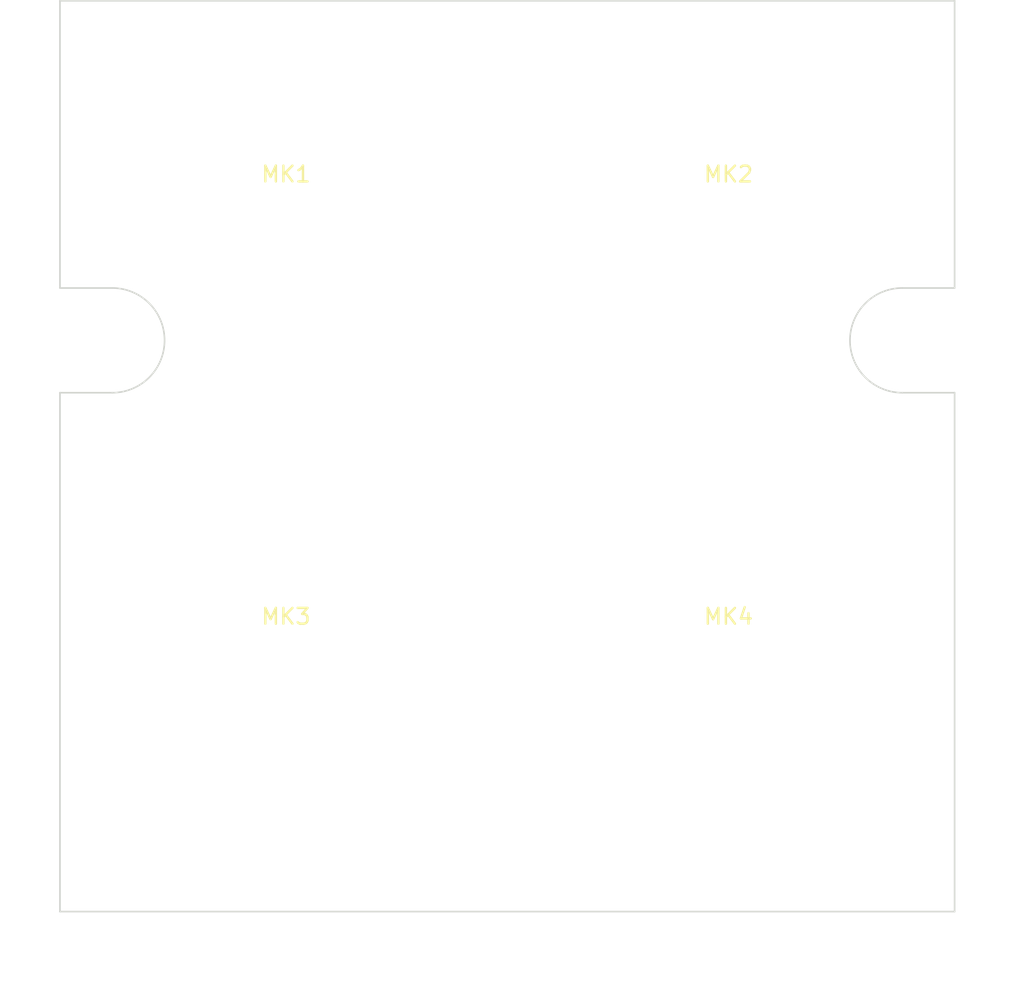
<source format=kicad_pcb>
(kicad_pcb (version 20221018) (generator pcbnew)
  (title_block (title "Enter Title On Page Setting Dialog") (rev "1") (company "Ashton Johnson"))
  (layers (0 "F.Cu" signal) (31 "B.Cu" signal) (35 "F.Paste" user) (37 "F.SilkS" user "F.Silkscreen") (39 "F.Mask" user) (44 "Edge.Cuts" user))
  (net 0 "")
  (footprint "Mounting_Holes:MountingHole_3.2mm_M3_ISO7380" (layer "F.Cu") (at 87.695 96.647)
    (fp_text reference "MK1" (at 0 -3.85) (layer "F.SilkS"))
    (fp_text value "Mounting_Hole")
    (pad "" np_thru_hole circle locked (at 0 0) (size 3.2 3.2) (drill 3.2) (layers "*.Cu" "*.Mask"))
  )
  (footprint "Mounting_Holes:MountingHole_3.2mm_M3_ISO7380" (layer "F.Cu") (at 115.695 96.647)
    (fp_text reference "MK2" (at 0 -3.85) (layer "F.SilkS"))
    (fp_text value "Mounting_Hole")
    (pad "" np_thru_hole circle locked (at 0 0) (size 3.2 3.2) (drill 3.2) (layers "*.Cu" "*.Mask"))
  )
  (footprint "Mounting_Holes:MountingHole_3.2mm_M3_ISO7380" (layer "F.Cu") (at 87.695 124.647)
    (fp_text reference "MK3" (at 0 -3.85) (layer "F.SilkS"))
    (fp_text value "Mounting_Hole")
    (pad "" np_thru_hole circle locked (at 0 0) (size 3.2 3.2) (drill 3.2) (layers "*.Cu" "*.Mask"))
  )
  (footprint "Mounting_Holes:MountingHole_3.2mm_M3_ISO7380" (layer "F.Cu") (at 115.695 124.647)
    (fp_text reference "MK4" (at 0 -3.85) (layer "F.SilkS"))
    (fp_text value "Mounting_Hole")
    (pad "" np_thru_hole circle locked (at 0 0) (size 3.2 3.2) (drill 3.2) (layers "*.Cu" "*.Mask"))
  )
  (gr_line (start 130 100) (end 130 81.817) (stroke (width 0.1)) (layer "Edge.Cuts"))
  (gr_line (start 73.39 81.817) (end 73.39 100) (stroke (width 0.1)) (layer "Edge.Cuts"))
  (gr_line (start 73.39 139.477) (end 130 139.477) (stroke (width 0.1)) (layer "Edge.Cuts"))
  (gr_line (start 130 81.817) (end 73.39 81.817) (stroke (width 0.1)) (layer "Edge.Cuts"))
  (gr_arc (start 76.695 100) (mid 80.01 103.315) (end 76.695 106.63) (stroke (width 0.1)) (layer "Edge.Cuts"))
  (gr_line (start 76.695 106.63) (end 73.39 106.63) (stroke (width 0.1)) (layer "Edge.Cuts"))
  (gr_line (start 130 106.63) (end 126.695 106.63) (stroke (width 0.1)) (layer "Edge.Cuts"))
  (gr_arc (start 126.695 106.63) (mid 123.38 103.315) (end 126.695 100) (stroke (width 0.1)) (layer "Edge.Cuts"))
  (gr_line (start 130 139.477) (end 130 106.63) (stroke (width 0.1)) (layer "Edge.Cuts"))
  (gr_line (start 73.39 100) (end 76.695 100) (stroke (width 0.1)) (layer "Edge.Cuts"))
  (gr_line (start 73.39 106.63) (end 73.39 139.477) (stroke (width 0.1)) (layer "Edge.Cuts"))
  (gr_line (start 126.695 100) (end 130 100) (stroke (width 0.1)) (layer "Edge.Cuts"))
)
</source>
